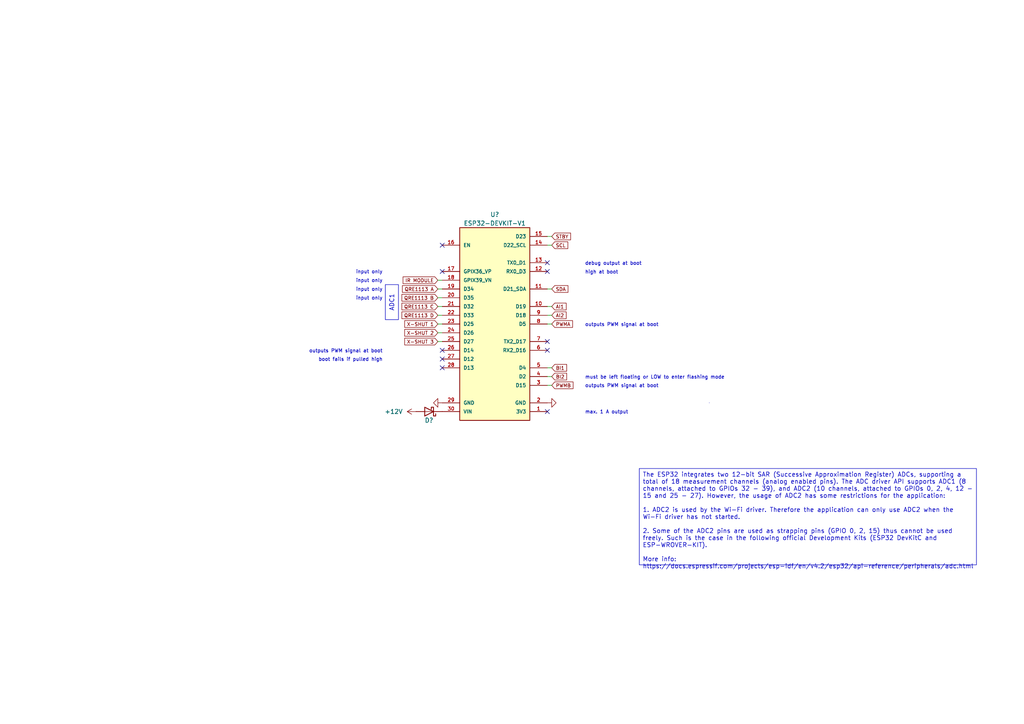
<source format=kicad_sch>
(kicad_sch (version 20230121) (generator eeschema)
  (paper "A4")
  (lib_symbols
    (symbol "+12V_1" (power) (pin_names (offset 0))
      (property "Value" "+12V_1" (at 0 3.556 0))
      (symbol "+12V_1_0_1"
        (polyline (pts (xy -0.762 1.27) (xy 0 2.54)))
        (polyline (pts (xy 0 0) (xy 0 2.54)))
        (polyline (pts (xy 0 2.54) (xy 0.762 1.27)))
      )
      (symbol "+12V_1_1_1"
        (pin power_in line (at 0 0 90) (length 0) hide (name "+12V") (number "1"))
      )
    )
    (symbol "Device:D_Schottky" (pin_numbers hide) (pin_names (offset 1.016) hide)
      (property "Reference" "D" (at 0 2.54 0))
      (property "Value" "D_Schottky" (at 0 -2.54 0))
      (symbol "D_Schottky_0_1"
        (polyline (pts (xy 1.27 0) (xy -1.27 0)))
        (polyline (pts (xy 1.27 1.27) (xy 1.27 -1.27) (xy -1.27 0) (xy 1.27 1.27)) (stroke (width 0.254)))
        (polyline (pts (xy -1.905 0.635) (xy -1.905 1.27) (xy -1.27 1.27) (xy -1.27 -1.27) (xy -0.635 -1.27) (xy -0.635 -0.635)) (stroke (width 0.254)))
      )
      (symbol "D_Schottky_1_1"
        (pin passive line (at -3.81 0 0) (length 2.54) (name "K") (number "1"))
        (pin passive line (at 3.81 0 180) (length 2.54) (name "A") (number "2"))
      )
    )
    (symbol "ESP32-DEVKIT-V1:ESP32-DEVKIT-V1" (pin_names (offset 1.016))
      (property "Reference" "U6" (at 0 31.75 0))
      (property "Value" "ESP32-DEVKIT-V1" (at 0 29.21 0))
      (symbol "ESP32-DEVKIT-V1_0_0"
        (rectangle (start -10.16 27.94) (end 10.16 -27.94) (stroke (width 0.254)) (fill (type background)))
        (pin output line (at 15.24 -25.4 180) (length 5.08) (name "3V3") (number "1"))
        (pin bidirectional line (at 15.24 5.08 180) (length 5.08) (name "D19") (number "10"))
        (pin bidirectional line (at 15.24 10.16 180) (length 5.08) (name "D21_SDA") (number "11"))
        (pin input line (at 15.24 15.24 180) (length 5.08) (name "RX0_D3") (number "12"))
        (pin output line (at 15.24 17.78 180) (length 5.08) (name "TX0_D1") (number "13"))
        (pin bidirectional line (at 15.24 22.86 180) (length 5.08) (name "D22_SCL") (number "14"))
        (pin bidirectional line (at 15.24 25.4 180) (length 5.08) (name "D23") (number "15"))
        (pin input line (at -15.24 22.86 0) (length 5.08) (name "EN") (number "16"))
        (pin bidirectional line (at -15.24 15.24 0) (length 5.08) (name "GPIX36_VP") (number "17"))
        (pin bidirectional line (at -15.24 12.7 0) (length 5.08) (name "GPIX39_VN") (number "18"))
        (pin bidirectional line (at -15.24 10.16 0) (length 5.08) (name "D34") (number "19"))
        (pin power_in line (at 15.24 -22.86 180) (length 5.08) (name "GND") (number "2"))
        (pin bidirectional line (at -15.24 7.62 0) (length 5.08) (name "D35") (number "20"))
        (pin bidirectional line (at -15.24 5.08 0) (length 5.08) (name "D32") (number "21"))
        (pin bidirectional line (at -15.24 2.54 0) (length 5.08) (name "D33") (number "22"))
        (pin bidirectional line (at -15.24 0 0) (length 5.08) (name "D25") (number "23"))
        (pin bidirectional line (at -15.24 -2.54 0) (length 5.08) (name "D26") (number "24"))
        (pin bidirectional line (at -15.24 -5.08 0) (length 5.08) (name "D27") (number "25"))
        (pin bidirectional line (at -15.24 -7.62 0) (length 5.08) (name "D14") (number "26"))
        (pin bidirectional line (at -15.24 -10.16 0) (length 5.08) (name "D12") (number "27"))
        (pin bidirectional line (at -15.24 -12.7 0) (length 5.08) (name "D13") (number "28"))
        (pin power_in line (at -15.24 -22.86 0) (length 5.08) (name "GND") (number "29"))
        (pin bidirectional line (at 15.24 -17.78 180) (length 5.08) (name "D15") (number "3"))
        (pin input line (at -15.24 -25.4 0) (length 5.08) (name "VIN") (number "30"))
        (pin bidirectional line (at 15.24 -15.24 180) (length 5.08) (name "D2") (number "4"))
        (pin bidirectional line (at 15.24 -12.7 180) (length 5.08) (name "D4") (number "5"))
        (pin input line (at 15.24 -7.62 180) (length 5.08) (name "RX2_D16") (number "6"))
        (pin output line (at 15.24 -5.08 180) (length 5.08) (name "TX2_D17") (number "7"))
        (pin bidirectional line (at 15.24 0 180) (length 5.08) (name "D5") (number "8"))
        (pin bidirectional line (at 15.24 2.54 180) (length 5.08) (name "D18") (number "9"))
      )
    )
    (symbol "GND_1" (power) (pin_names (offset 0))
      (property "Value" "GND_1" (at 0 -3.81 0))
      (symbol "GND_1_0_1"
        (polyline (pts (xy 0 0) (xy 0 -1.27) (xy 1.27 -1.27) (xy 0 -2.54) (xy -1.27 -1.27) (xy 0 -1.27)))
      )
      (symbol "GND_1_1_1"
        (pin power_in line (at 0 0 270) (length 0) hide (name "GND") (number "1"))
      )
    )
  )
  (no_connect (at 128.27 106.68))
  (no_connect (at 128.27 78.74))
  (no_connect (at 158.75 78.74))
  (no_connect (at 158.75 101.6))
  (no_connect (at 158.75 99.06))
  (no_connect (at 128.27 104.14))
  (no_connect (at 128.27 71.12))
  (no_connect (at 128.27 101.6))
  (no_connect (at 158.75 76.2))
  (no_connect (at 158.75 119.38))
  (wire (pts (xy 160.02 106.68) (xy 158.75 106.68)))
  (wire (pts (xy 127 86.36) (xy 128.27 86.36)))
  (wire (pts (xy 127 99.06) (xy 128.27 99.06)))
  (wire (pts (xy 160.02 91.44) (xy 158.75 91.44)))
  (wire (pts (xy 127 96.52) (xy 128.27 96.52)))
  (wire (pts (xy 160.02 68.58) (xy 158.75 68.58)))
  (wire (pts (xy 127 93.98) (xy 128.27 93.98)))
  (wire (pts (xy 158.75 88.9) (xy 160.02 88.9)))
  (wire (pts (xy 158.75 93.98) (xy 160.02 93.98)))
  (wire (pts (xy 127 83.82) (xy 128.27 83.82)))
  (wire (pts (xy 127 88.9) (xy 128.27 88.9)))
  (wire (pts (xy 160.02 71.12) (xy 158.75 71.12)))
  (wire (pts (xy 127 91.44) (xy 128.27 91.44)))
  (wire (pts (xy 160.02 111.76) (xy 158.75 111.76)))
  (wire (pts (xy 160.02 109.22) (xy 158.75 109.22)))
  (wire (pts (xy 127 81.28) (xy 128.27 81.28)))
  (wire (pts (xy 160.02 83.82) (xy 158.75 83.82)))
  (text_box "debug output at boot" (at 168.91 74.93 0) (size 31.75 2.54) (stroke (width -0.0001)) (effects (font (size 1 1)) (justify left top)))
  (text_box "input only" (at 87.63 85.09 0) (size 24.13 2.54) (stroke (width -0.0001)) (effects (font (size 1 1)) (justify right)))
  (text_box "outputs PWM signal at boot" (at 74.93 100.33 0) (size 36.83 2.54) (stroke (width -0.0001)) (effects (font (size 1 1)) (justify right top)))
  (text_box "outputs PWM signal at boot" (at 168.91 110.49 0) (size 29.21 2.54) (stroke (width -0.0001)) (effects (font (size 1 1)) (justify left)))
  (text_box "input only" (at 87.63 82.55 0) (size 24.13 2.54) (stroke (width -0.0001)) (effects (font (size 1 1)) (justify right)))
  (text_box "max. 1 A output" (at 168.91 118.11 0) (size 29.21 2.54) (stroke (width -0.0001)) (effects (font (size 1 1)) (justify left)))
  (text_box "" (at 205.74 116.84 0) (size 0 0) (effects (font (size 1.27 1.27)) (justify left)))
  (text_box "The ESP32 integrates two 12-bit SAR (Successive Approximation Register) ADCs, supporting a total of 18 measurement channels (analog enabled pins). The ADC driver API supports ADC1 (8 channels, attached to GPIOs 32 - 39), and ADC2 (10 channels, attached to GPIOs 0, 2, 4, 12 - 15 and 25 - 27). However, the usage of ADC2 has some restrictions for the application:\n\n1. ADC2 is used by the Wi-Fi driver. Therefore the application can only use ADC2 when the Wi-Fi driver has not started.\n\n2. Some of the ADC2 pins are used as strapping pins (GPIO 0, 2, 15) thus cannot be used freely. Such is the case in the following official Development Kits (ESP32 DevKitC and ESP-WROVER-KIT).\n\nMore info: https://docs.espressif.com/projects/esp-idf/en/v4.2/esp32/api-reference/peripherals/adc.html" (at 185.42 135.89 0) (size 97.79 27.94) (effects (font (size 1.27 1.27)) (justify left top)))
  (text_box "boot fails if pulled high" (at 73.66 102.87 0) (size 38.1 2.54) (stroke (width -0.0001)) (effects (font (size 1 1)) (justify right)))
  (text_box "must be left floating or LOW to enter flashing mode" (at 168.91 107.95 0) (size 43.18 2.54) (stroke (width -0.0001)) (effects (font (size 1 1)) (justify left top)))
  (text_box "input only" (at 87.63 77.47 0) (size 24.13 2.54) (stroke (width -0.0001)) (effects (font (size 1 1)) (justify right)))
  (text_box "input only" (at 87.63 80.01 0) (size 24.13 2.54) (stroke (width -0.0001)) (effects (font (size 1 1)) (justify right)))
  (text_box "outputs PWM signal at boot" (at 168.91 92.71 0) (size 36.83 2.54) (stroke (width -0.0001)) (effects (font (size 1 1)) (justify left top)))
  (text_box "high at boot" (at 168.91 77.47 0) (size 40.64 2.54) (stroke (width -0.0001)) (effects (font (size 1 1)) (justify left top)))
  (text_box "ADC1" (at 111.76 82.55 90) (size 3.81 10.16) (effects (font (size 1.27 1.27))))
  (global_label "X-SHUT 2" (shape input) (at 127 96.52 180) (effects (font (size 1 1))) (property "Intersheetrefs" "${INTERSHEET_REFS}" (effects hide)))
  (global_label "SDA" (shape input) (at 160.02 83.82 0) (effects (font (size 1 1))) (property "Intersheetrefs" "${INTERSHEET_REFS}" (effects hide)))
  (global_label "STBY" (shape input) (at 160.02 68.58 0) (effects (font (size 1 1))) (property "Intersheetrefs" "${INTERSHEET_REFS}" (effects hide)))
  (global_label "AI1" (shape input) (at 160.02 88.9 0) (effects (font (size 1 1))) (property "Intersheetrefs" "${INTERSHEET_REFS}" (effects hide)))
  (global_label "X-SHUT 1" (shape input) (at 127 93.98 180) (effects (font (size 1 1))) (property "Intersheetrefs" "${INTERSHEET_REFS}" (effects hide)))
  (global_label "BI2" (shape input) (at 160.02 109.22 0) (effects (font (size 1 1))) (property "Intersheetrefs" "${INTERSHEET_REFS}" (effects hide)))
  (global_label "QRE1113 D" (shape input) (at 127 91.44 180) (effects (font (size 1 1))) (property "Intersheetrefs" "${INTERSHEET_REFS}" (effects hide)))
  (global_label "SCL" (shape input) (at 160.02 71.12 0) (effects (font (size 1 1))) (property "Intersheetrefs" "${INTERSHEET_REFS}" (effects hide)))
  (global_label "AI2" (shape input) (at 160.02 91.44 0) (effects (font (size 1 1))) (property "Intersheetrefs" "${INTERSHEET_REFS}" (effects hide)))
  (global_label "QRE1113 C" (shape input) (at 127 88.9 180) (effects (font (size 1 1))) (property "Intersheetrefs" "${INTERSHEET_REFS}" (effects hide)))
  (global_label "IR MODULE" (shape input) (at 127 81.28 180) (effects (font (size 1 1))) (property "Intersheetrefs" "${INTERSHEET_REFS}" (effects hide)))
  (global_label "BI1" (shape input) (at 160.02 106.68 0) (effects (font (size 1 1))) (property "Intersheetrefs" "${INTERSHEET_REFS}" (effects hide)))
  (global_label "QRE1113 A" (shape input) (at 127 83.82 180) (effects (font (size 1 1))) (property "Intersheetrefs" "${INTERSHEET_REFS}" (effects hide)))
  (global_label "PWMA" (shape input) (at 160.02 93.98 0) (effects (font (size 1 1))) (property "Intersheetrefs" "${INTERSHEET_REFS}" (effects hide)))
  (global_label "PWMB" (shape input) (at 160.02 111.76 0) (effects (font (size 1 1))) (property "Intersheetrefs" "${INTERSHEET_REFS}" (effects hide)))
  (global_label "X-SHUT 3" (shape input) (at 127 99.06 180) (effects (font (size 1 1))) (property "Intersheetrefs" "${INTERSHEET_REFS}" (effects hide)))
  (global_label "QRE1113 B" (shape input) (at 127 86.36 180) (effects (font (size 1 1))) (property "Intersheetrefs" "${INTERSHEET_REFS}" (effects hide)))
  (symbol (lib_name "GND_1") (lib_id "power:GND") (at 158.75 116.84 90) (unit 1)
    (property "Reference" "#PWR?" (effects hide))
    (property "Value" "GND" (effects hide))
    (instances (project "sumec" (path "" (reference "#PWR?") (unit 1)) (path "" (reference "#PWR013") (unit 1))))
  )
  (symbol (lib_name "GND_1") (lib_id "power:GND") (at 128.27 116.84 270) (unit 1)
    (property "Reference" "#PWR?" (effects hide))
    (property "Value" "GND" (effects hide))
    (instances (project "sumec" (path "" (reference "#PWR?") (unit 1)) (path "" (reference "#PWR012") (unit 1))))
  )
  (symbol (lib_name "+12V_1") (lib_id "power:+12V") (at 120.65 119.38 90) (unit 1)
    (property "Reference" "#PWR?" (effects hide))
    (property "Value" "+12V" (at 116.84 119.38 90) (effects (justify left)))
    (instances (project "sumec" (path "" (reference "#PWR?") (unit 1)) (path "" (reference "#PWR01") (unit 1))))
  )
  (symbol (lib_id "Device:D_Schottky") (at 124.46 119.38 180) (unit 1)
    (property "Reference" "D?" (at 124.46 121.92 0))
    (property "Value" "D_Schottky" (effects hide))
    (property "Footprint" "Diode_THT:D_A-405_P10.16mm_Horizontal" (effects hide))
    (instances (project "sumec" (path "" (reference "D?") (unit 1)) (path "" (reference "D1") (unit 1))))
  )
  (symbol (lib_id "ESP32-DEVKIT-V1:ESP32-DEVKIT-V1") (at 143.51 93.98 0) (unit 1)
    (property "Reference" "U?" (at 143.51 62.23 0))
    (property "Value" "ESP32-DEVKIT-V1" (at 143.51 64.77 0))
    (property "Footprint" "ESP32 DOIT DevKit:MODULE_ESP32_DEVKIT_V1 B_Cu - PADS" (effects hide))
    (property "PARTREV" "N/A" (effects hide))
    (property "MANUFACTURER" "DOIT" (effects hide))
    (property "MAXIMUM_PACKAGE_HEIGHT" "6.8 mm" (effects hide))
    (property "STANDARD" "Manufacturer Recommendations" (effects hide))
    (instances (project "sumec" (path "" (reference "U?") (unit 1)) (path "" (reference "U1") (unit 1))))
  )
)
</source>
